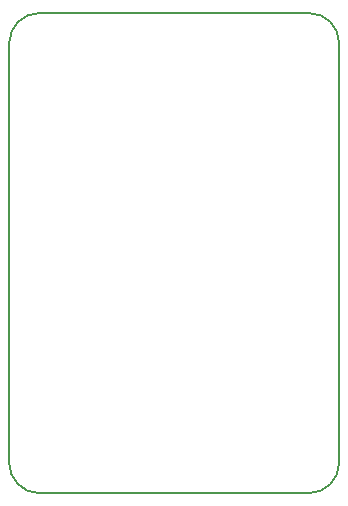
<source format=gbp>
%TF.GenerationSoftware,KiCad,Pcbnew,(6.0.2-0)*%
%TF.CreationDate,2022-07-24T07:52:36+02:00*%
%TF.ProjectId,ESP32Anglerfish,45535033-3241-46e6-976c-657266697368,rev?*%
%TF.SameCoordinates,Original*%
%TF.FileFunction,Paste,Bot*%
%TF.FilePolarity,Positive*%
%FSLAX46Y46*%
G04 Gerber Fmt 4.6, Leading zero omitted, Abs format (unit mm)*
G04 Created by KiCad (PCBNEW (6.0.2-0)) date 2022-07-24 07:52:36*
%MOMM*%
%LPD*%
G01*
G04 APERTURE LIST*
%ADD10C,0.150000*%
G04 APERTURE END LIST*
D10*
%TO.C,U1*%
X75565000Y-60325000D02*
X98425000Y-60325000D01*
X100965000Y-62865000D02*
X100965000Y-98425000D01*
X73025000Y-98425000D02*
X73025000Y-62865000D01*
X98425000Y-100965000D02*
X75565000Y-100965000D01*
X75565000Y-60325000D02*
G75*
G03*
X73025000Y-62865000I1J-2540001D01*
G01*
X100965000Y-62865000D02*
G75*
G03*
X98425000Y-60325000I-2540001J-1D01*
G01*
X73025000Y-98425000D02*
G75*
G03*
X75565000Y-100965000I2540001J1D01*
G01*
X98425000Y-100965000D02*
G75*
G03*
X100965000Y-98425000I-1J2540001D01*
G01*
%TD*%
M02*

</source>
